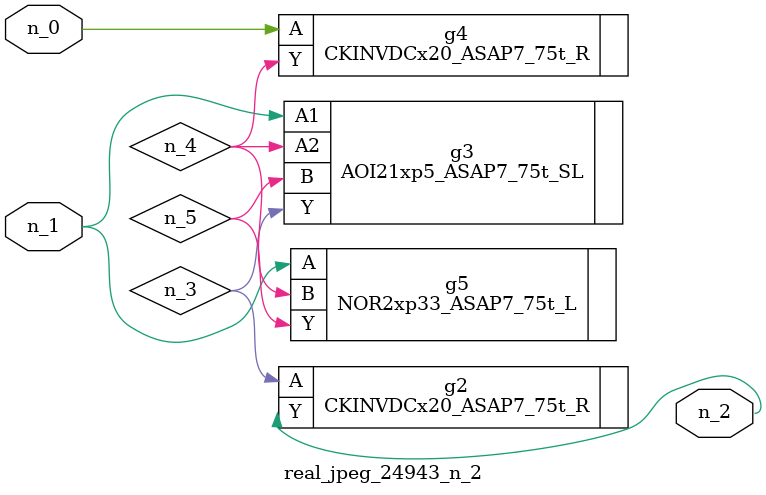
<source format=v>
module real_jpeg_24943_n_2 (n_1, n_0, n_2);

input n_1;
input n_0;

output n_2;

wire n_5;
wire n_4;
wire n_3;

CKINVDCx20_ASAP7_75t_R g4 ( 
.A(n_0),
.Y(n_4)
);

AOI21xp5_ASAP7_75t_SL g3 ( 
.A1(n_1),
.A2(n_4),
.B(n_5),
.Y(n_3)
);

NOR2xp33_ASAP7_75t_L g5 ( 
.A(n_1),
.B(n_4),
.Y(n_5)
);

CKINVDCx20_ASAP7_75t_R g2 ( 
.A(n_3),
.Y(n_2)
);


endmodule
</source>
